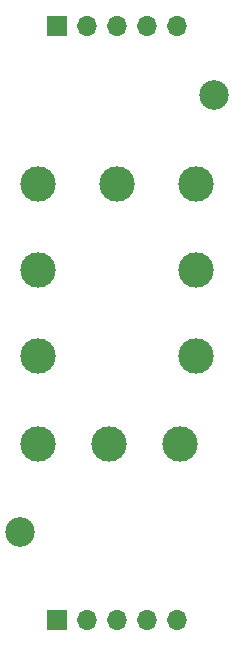
<source format=gts>
G04 #@! TF.GenerationSoftware,KiCad,Pcbnew,(6.0.5)*
G04 #@! TF.CreationDate,2022-08-24T21:54:21+01:00*
G04 #@! TF.ProjectId,iel-adapter,69656c2d-6164-4617-9074-65722e6b6963,rev?*
G04 #@! TF.SameCoordinates,Original*
G04 #@! TF.FileFunction,Soldermask,Top*
G04 #@! TF.FilePolarity,Negative*
%FSLAX46Y46*%
G04 Gerber Fmt 4.6, Leading zero omitted, Abs format (unit mm)*
G04 Created by KiCad (PCBNEW (6.0.5)) date 2022-08-24 21:54:21*
%MOMM*%
%LPD*%
G01*
G04 APERTURE LIST*
%ADD10R,1.700000X1.700000*%
%ADD11O,1.700000X1.700000*%
%ADD12C,2.500000*%
%ADD13C,3.000000*%
G04 APERTURE END LIST*
D10*
X161725000Y-52300000D03*
D11*
X164265000Y-52300000D03*
X166805000Y-52300000D03*
X169345000Y-52300000D03*
X171885000Y-52300000D03*
D10*
X161725000Y-102600000D03*
D11*
X164265000Y-102600000D03*
X166805000Y-102600000D03*
X169345000Y-102600000D03*
X171885000Y-102600000D03*
D12*
X175000000Y-58200000D03*
X158600000Y-95200000D03*
D13*
X173500000Y-65700000D03*
X166800000Y-65700000D03*
X160100000Y-65700000D03*
X160100000Y-73000000D03*
X160100000Y-80300000D03*
X160100000Y-87700000D03*
X166100000Y-87700000D03*
X172100000Y-87700000D03*
X173500000Y-80300000D03*
X173500000Y-73000000D03*
M02*

</source>
